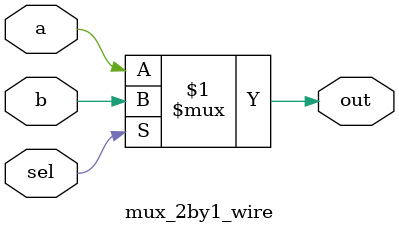
<source format=v>
module mux_2by1_wire(
    input a,
    input b,
    input sel,
    output out
);

wire out;

assign out = sel ? b : a;

endmodule
</source>
